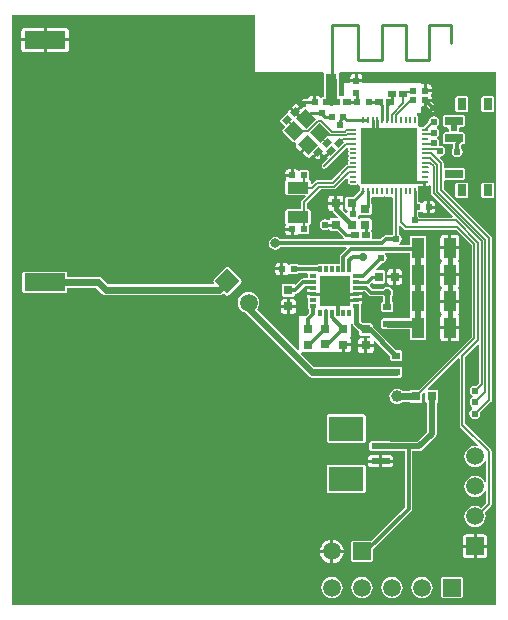
<source format=gtl>
G04*
G04 #@! TF.GenerationSoftware,Altium Limited,Altium Designer,18.0.9 (584)*
G04*
G04 Layer_Physical_Order=1*
G04 Layer_Color=255*
%FSLAX25Y25*%
%MOIN*%
G70*
G01*
G75*
%ADD10C,0.00984*%
%ADD11C,0.01000*%
%ADD12C,0.00787*%
%ADD13C,0.00600*%
%ADD17R,0.02953X0.03150*%
%ADD18R,0.03150X0.02953*%
%ADD19R,0.02362X0.01968*%
%ADD20R,0.04331X0.06693*%
%ADD21R,0.03700X0.04000*%
%ADD22R,0.01968X0.02362*%
%ADD23R,0.02559X0.01968*%
G04:AMPARAMS|DCode=24|XSize=19.68mil|YSize=23.62mil|CornerRadius=0mil|HoleSize=0mil|Usage=FLASHONLY|Rotation=315.000|XOffset=0mil|YOffset=0mil|HoleType=Round|Shape=Rectangle|*
%AMROTATEDRECTD24*
4,1,4,-0.01531,-0.00139,0.00139,0.01531,0.01531,0.00139,-0.00139,-0.01531,-0.01531,-0.00139,0.0*
%
%ADD24ROTATEDRECTD24*%

%ADD25O,0.00787X0.02559*%
%ADD26O,0.02559X0.00787*%
%ADD27R,0.18504X0.18504*%
G04:AMPARAMS|DCode=28|XSize=47.24mil|YSize=43.31mil|CornerRadius=0mil|HoleSize=0mil|Usage=FLASHONLY|Rotation=315.000|XOffset=0mil|YOffset=0mil|HoleType=Round|Shape=Rectangle|*
%AMROTATEDRECTD28*
4,1,4,-0.03202,0.00139,-0.00139,0.03202,0.03202,-0.00139,0.00139,-0.03202,-0.03202,0.00139,0.0*
%
%ADD28ROTATEDRECTD28*%

%ADD29R,0.07087X0.03937*%
%ADD30R,0.02756X0.02362*%
%ADD31R,0.01181X0.01968*%
%ADD32R,0.10236X0.10236*%
%ADD33R,0.01968X0.01181*%
%ADD34R,0.03150X0.03937*%
%ADD35R,0.05906X0.02756*%
%ADD36R,0.13780X0.06000*%
%ADD37R,0.06299X0.01968*%
%ADD38R,0.11811X0.08268*%
%ADD65C,0.01181*%
%ADD66C,0.00900*%
%ADD67C,0.02362*%
%ADD68C,0.01500*%
%ADD69C,0.01968*%
%ADD70C,0.00800*%
%ADD71C,0.03700*%
%ADD72C,0.01378*%
%ADD73C,0.01575*%
%ADD74C,0.05906*%
%ADD75R,0.05906X0.05906*%
%ADD76R,0.05906X0.05906*%
%ADD77P,0.08352X4X360.0*%
%ADD78C,0.02400*%
%ADD79C,0.02362*%
%ADD80C,0.02598*%
%ADD81C,0.02756*%
%ADD82C,0.03937*%
%ADD83C,0.03150*%
G36*
X138099Y139793D02*
X138485D01*
X139029Y139901D01*
X139096Y139946D01*
X139596Y139679D01*
Y137392D01*
X139666Y137041D01*
X139865Y136743D01*
X146980Y129628D01*
X146788Y129166D01*
X135902D01*
X135648Y129546D01*
X135422Y129697D01*
Y131042D01*
X136102D01*
X136299Y131123D01*
X136563Y131231D01*
X136955Y130972D01*
X136956Y130970D01*
X137287Y130749D01*
X137677Y130672D01*
X138358D01*
Y132676D01*
Y134679D01*
X137677D01*
X137287Y134602D01*
X136956Y134381D01*
X136955Y134379D01*
X136563Y134120D01*
X136299Y134228D01*
X136102Y134309D01*
X135422D01*
Y138065D01*
X135364Y138353D01*
Y138852D01*
X135287Y139240D01*
X135332Y139682D01*
X135663Y139903D01*
X135819Y140136D01*
X136170Y139901D01*
X136713Y139793D01*
X137099D01*
Y141214D01*
X138099D01*
Y139793D01*
D02*
G37*
G36*
X124515Y136144D02*
X124902Y136067D01*
X125290Y136144D01*
X125301Y136152D01*
X125690Y136331D01*
X126078Y136152D01*
X126090Y136144D01*
X126477Y136067D01*
X126539Y136079D01*
X127039Y135705D01*
X127038Y123437D01*
X126778Y123263D01*
X124508D01*
X124005Y123163D01*
X123579Y122878D01*
X122684Y121984D01*
X120220D01*
X119886Y122484D01*
X119889Y122491D01*
Y124460D01*
X119715Y124879D01*
X119724Y124882D01*
X119914Y125342D01*
Y128295D01*
X119724Y128754D01*
X119265Y128944D01*
X116115D01*
X115753Y128794D01*
X115666Y128841D01*
X115445Y129171D01*
X115279Y129492D01*
X115412Y129866D01*
X115932Y130083D01*
X116115Y130007D01*
X119265D01*
X119724Y130197D01*
X119914Y130657D01*
Y133609D01*
X119724Y134069D01*
X119674Y134089D01*
X119674Y135667D01*
X120174Y136068D01*
X120178Y136067D01*
X120566Y136144D01*
X120577Y136152D01*
X120965Y136331D01*
X121354Y136152D01*
X121365Y136144D01*
X121753Y136067D01*
X122141Y136144D01*
X122152Y136152D01*
X122540Y136331D01*
X122929Y136152D01*
X122940Y136144D01*
X123328Y136067D01*
X123715Y136144D01*
X124044Y136364D01*
X124186D01*
X124515Y136144D01*
D02*
G37*
G36*
X81102Y177657D02*
X103707D01*
X104023Y177157D01*
X103947Y176976D01*
Y172976D01*
X103949Y172972D01*
Y169409D01*
X103577D01*
X103381Y169328D01*
X103116Y169220D01*
X102725Y169479D01*
X102723Y169481D01*
X102392Y169702D01*
X102002Y169779D01*
X101321D01*
Y167775D01*
X100321D01*
Y169779D01*
X99640D01*
X99250Y169702D01*
X98919Y169481D01*
X98698Y169150D01*
X98638Y168846D01*
X97290D01*
X96880Y168765D01*
X96533Y168533D01*
X96301Y168185D01*
X96219Y167776D01*
X96301Y167366D01*
X96533Y167019D01*
X96880Y166787D01*
X97290Y166705D01*
X97320Y166439D01*
X97299Y166205D01*
X97012Y166013D01*
X96480Y165481D01*
X96291Y165670D01*
X94735Y164114D01*
X94382Y164468D01*
X94028Y164114D01*
X92611Y165531D01*
X92130Y165049D01*
X91909Y164718D01*
X91831Y164328D01*
X91831Y164326D01*
X91737Y163866D01*
X91474Y163755D01*
X91278Y163674D01*
X89608Y162004D01*
X89417Y161544D01*
X89608Y161085D01*
X90754Y159939D01*
X90799Y159276D01*
X90314Y158792D01*
X90124Y158332D01*
X90314Y157873D01*
X93655Y154533D01*
X94114Y154342D01*
X94230Y154390D01*
X94564Y153990D01*
X94486Y153600D01*
X94564Y153210D01*
X94785Y152879D01*
X96102Y151562D01*
X98354Y153814D01*
X99061Y153107D01*
X96809Y150855D01*
X98126Y149538D01*
X98456Y149317D01*
X98847Y149240D01*
X99237Y149317D01*
X99568Y149538D01*
X100099Y150070D01*
X100188Y149981D01*
X101744Y151537D01*
X102098Y151184D01*
X102451Y151537D01*
X103868Y150120D01*
X104159Y150411D01*
X104388Y150181D01*
X105944Y151737D01*
X106651Y151030D01*
X105095Y149474D01*
X105438Y149132D01*
X105440Y149103D01*
X103462Y147125D01*
X103263Y146827D01*
X103193Y146476D01*
X103263Y146124D01*
X103462Y145827D01*
X103759Y145628D01*
X104110Y145558D01*
X104462Y145628D01*
X104759Y145827D01*
X111422Y152489D01*
X111882Y152243D01*
X111881Y152238D01*
X111958Y151850D01*
X111966Y151839D01*
X112145Y151450D01*
X111966Y151062D01*
X111958Y151051D01*
X111881Y150663D01*
X111958Y150275D01*
X112178Y149947D01*
Y149805D01*
X111958Y149476D01*
X111881Y149088D01*
X111958Y148700D01*
X111966Y148689D01*
X112145Y148301D01*
X111966Y147912D01*
X111958Y147901D01*
X111881Y147513D01*
X111958Y147126D01*
X111707Y146786D01*
X111410Y146587D01*
X106603Y141781D01*
X102130D01*
X102047Y141764D01*
X101673D01*
X101322Y141694D01*
X101024Y141495D01*
X99967Y140438D01*
X99467Y140645D01*
Y141202D01*
X99277Y141662D01*
X99126Y141724D01*
X98883Y141869D01*
X99073Y142328D01*
Y144297D01*
X98883Y144756D01*
X98424Y144946D01*
X96061D01*
X95865Y144865D01*
X95601Y144757D01*
X95209Y145016D01*
X95208Y145018D01*
X94877Y145239D01*
X94487Y145316D01*
X93805D01*
Y143313D01*
X93305D01*
Y142813D01*
X91105D01*
Y142328D01*
X91182Y141938D01*
X91301Y141760D01*
X91272Y141662D01*
X91081Y141202D01*
Y137265D01*
X91272Y136806D01*
X91731Y136616D01*
X97626D01*
X97818Y136154D01*
X96594Y134930D01*
X96395Y134632D01*
X96325Y134281D01*
Y132009D01*
X91731D01*
X91272Y131819D01*
X91081Y131360D01*
Y127423D01*
X91272Y126964D01*
X91301Y126865D01*
X91182Y126687D01*
X91105Y126297D01*
Y125813D01*
X93305D01*
Y125313D01*
X93805D01*
Y123309D01*
X94487D01*
X94877Y123386D01*
X95208Y123607D01*
X95209Y123609D01*
X95601Y123868D01*
X95865Y123760D01*
X96061Y123679D01*
X98424D01*
X98883Y123869D01*
X99073Y124328D01*
Y126297D01*
X98883Y126756D01*
Y126801D01*
X99277Y126964D01*
X99467Y127423D01*
Y131360D01*
X99277Y131819D01*
X98817Y132009D01*
X98160D01*
Y133901D01*
X99986Y135727D01*
X99995Y135733D01*
X102911Y138649D01*
X107384D01*
X107735Y138719D01*
X108033Y138918D01*
X111336Y142221D01*
X111885Y142118D01*
X112045Y141785D01*
X111966Y141613D01*
X111958Y141602D01*
X111881Y141214D01*
X111958Y140826D01*
X112178Y140498D01*
X112507Y140278D01*
X112894Y140201D01*
X114666D01*
X115054Y140278D01*
X115496Y140233D01*
X115717Y139903D01*
X116048Y139682D01*
X116092Y139240D01*
X116015Y138852D01*
Y138467D01*
X113748Y136200D01*
X111771D01*
X111312Y136010D01*
X111121Y135550D01*
Y132401D01*
X111312Y131941D01*
X111671Y131793D01*
X111859Y131435D01*
X111910Y131251D01*
X111794Y131078D01*
X111765Y130929D01*
X111286Y130783D01*
X110234Y131836D01*
X110351Y132011D01*
X110428Y132401D01*
Y133475D01*
X107932D01*
X105436D01*
Y132401D01*
X105514Y132011D01*
X105735Y131680D01*
X106066Y131459D01*
X106456Y131381D01*
X106849D01*
X106959Y131217D01*
X108615Y129562D01*
X108423Y129100D01*
X106456D01*
X105997Y128910D01*
X105853Y128564D01*
X105474Y128369D01*
X105306Y128328D01*
X105092Y128471D01*
X104390Y128611D01*
X103687Y128471D01*
X103092Y128073D01*
X102694Y127478D01*
X102555Y126776D01*
X102694Y126073D01*
X103092Y125478D01*
X103687Y125080D01*
X104390Y124940D01*
X105092Y125080D01*
X105332Y125240D01*
X105358Y125243D01*
X105918Y125031D01*
X105997Y124841D01*
X106456Y124651D01*
X108500D01*
X110433Y122719D01*
X110433Y122719D01*
X110780Y122486D01*
X110795Y122484D01*
X110746Y121984D01*
X89434D01*
X89265Y122237D01*
X88545Y122718D01*
X87697Y122887D01*
X86848Y122718D01*
X86129Y122237D01*
X85648Y121518D01*
X85479Y120669D01*
X85648Y119821D01*
X86129Y119101D01*
X86848Y118621D01*
X87697Y118452D01*
X88545Y118621D01*
X89265Y119101D01*
X89434Y119355D01*
X111276D01*
X111468Y118893D01*
X109575Y117000D01*
X109312Y116606D01*
X109219Y116142D01*
X109219Y116142D01*
Y113850D01*
X109055Y113740D01*
X107874D01*
X107480Y113577D01*
X107087Y113740D01*
X105905D01*
X105512Y113577D01*
X105118Y113740D01*
X103937D01*
X103543Y113577D01*
X103150Y113740D01*
X101969D01*
X101509Y113550D01*
X101456Y113420D01*
X95591D01*
X95538Y113550D01*
X95079Y113740D01*
X92716D01*
X92520Y113659D01*
X92256Y113551D01*
X91864Y113810D01*
X91863Y113812D01*
X91532Y114032D01*
X91142Y114110D01*
X90461D01*
Y112106D01*
Y110102D01*
X91142D01*
X91532Y110180D01*
X91863Y110401D01*
X91864Y110403D01*
X92256Y110662D01*
X92520Y110554D01*
X92716Y110473D01*
X95079D01*
X95538Y110663D01*
X95591Y110792D01*
X98303D01*
X98580Y110376D01*
X98563Y110335D01*
Y109154D01*
X98453Y108990D01*
X97047D01*
X97047Y108990D01*
X96583Y108897D01*
X96189Y108634D01*
X94452Y106897D01*
X94160Y106955D01*
X93701Y107146D01*
X90551D01*
X90092Y106955D01*
X89902Y106496D01*
Y103543D01*
X90092Y103084D01*
X90551Y102894D01*
X93701D01*
X94160Y103084D01*
X94350Y103543D01*
Y103817D01*
X94756Y103898D01*
X95150Y104161D01*
X97550Y106562D01*
X98058D01*
X98193Y106398D01*
Y106307D01*
X100197D01*
Y105307D01*
X98193D01*
Y105217D01*
X98271Y104826D01*
X98273Y104823D01*
X98271Y104819D01*
X98193Y104429D01*
Y104339D01*
X100197D01*
Y103339D01*
X98193D01*
Y103248D01*
X98271Y102858D01*
X98492Y102527D01*
X98569Y102475D01*
X98563Y102461D01*
Y101279D01*
X98726Y100886D01*
X98563Y100492D01*
Y99311D01*
X98753Y98852D01*
X98983Y98757D01*
Y97552D01*
X97986Y96555D01*
X95669D01*
Y85210D01*
X95207Y85018D01*
X81590Y98636D01*
X81942Y99094D01*
X82300Y99958D01*
X82422Y100886D01*
X82300Y101813D01*
X81942Y102678D01*
X81372Y103420D01*
X80630Y103989D01*
X79766Y104347D01*
X78839Y104469D01*
X77911Y104347D01*
X77047Y103989D01*
X76305Y103420D01*
X75735Y102678D01*
X75377Y101813D01*
X75255Y100886D01*
X75377Y99958D01*
X75735Y99094D01*
X76305Y98352D01*
X77047Y97782D01*
X77491Y97599D01*
X98755Y76334D01*
X99344Y75940D01*
X100039Y75802D01*
X126638D01*
X126673Y75788D01*
X129429D01*
X129888Y75978D01*
X130079Y76437D01*
Y78799D01*
X129888Y79258D01*
X129429Y79449D01*
X126673D01*
X126638Y79434D01*
X100792D01*
X96337Y83889D01*
X96529Y84350D01*
X107874D01*
X107874Y84350D01*
Y84350D01*
X108374Y84456D01*
X108468Y84393D01*
X108858Y84315D01*
X109933D01*
Y86811D01*
X110433D01*
Y87311D01*
X113028D01*
Y88287D01*
X112950Y88678D01*
X112729Y89008D01*
X112641Y89067D01*
X112793Y89567D01*
X112992D01*
Y93617D01*
X113492Y93666D01*
X113791Y93220D01*
X115689Y91321D01*
Y90453D01*
X115879Y89994D01*
X116339Y89803D01*
X119159D01*
X119360Y89609D01*
X119356Y89535D01*
X119081Y89110D01*
X118413D01*
Y87114D01*
X120508D01*
Y87961D01*
X120828Y88148D01*
X120996Y88179D01*
X126024Y83152D01*
Y82028D01*
X126214Y81568D01*
X126673Y81378D01*
X129429D01*
X129888Y81568D01*
X130079Y82028D01*
Y84390D01*
X129888Y84849D01*
X129429Y85039D01*
X128029D01*
X120166Y92902D01*
X120138Y92922D01*
Y93405D01*
X119947Y93865D01*
X119488Y94055D01*
X116848D01*
X116140Y94763D01*
Y98824D01*
X116207Y98852D01*
X116398Y99311D01*
Y100492D01*
X116391Y100507D01*
X116469Y100559D01*
X116690Y100889D01*
X116768Y101279D01*
Y101370D01*
X114764D01*
Y102370D01*
X116768D01*
Y102461D01*
X116690Y102851D01*
X116688Y102854D01*
X116690Y102858D01*
X116768Y103248D01*
Y103339D01*
X114764D01*
Y104339D01*
X116768D01*
Y104429D01*
X116902Y104593D01*
X117607D01*
X118925Y103276D01*
X118925Y103276D01*
X119319Y103012D01*
X119783Y102920D01*
X123531D01*
X123672Y102708D01*
X123684Y102700D01*
Y101264D01*
X123261Y101089D01*
X123071Y100630D01*
Y98268D01*
X123261Y97808D01*
X123721Y97618D01*
X126476D01*
X126936Y97808D01*
X127126Y98268D01*
Y100630D01*
X126936Y101089D01*
X126513Y101264D01*
Y102700D01*
X126524Y102708D01*
X126962Y103362D01*
X127115Y104134D01*
X126962Y104906D01*
X126524Y105560D01*
X125870Y105997D01*
X125098Y106151D01*
X124327Y105997D01*
X123672Y105560D01*
X123531Y105348D01*
X120286D01*
X119225Y106409D01*
X119194Y106967D01*
X119262Y107057D01*
X119724Y107519D01*
X120308Y107415D01*
X120768Y107225D01*
X123721D01*
X124180Y107415D01*
X124370Y107874D01*
Y111024D01*
X124180Y111483D01*
X123721Y111673D01*
X121425D01*
X121234Y112135D01*
X122933Y113834D01*
X123031Y113814D01*
X123734Y113954D01*
X124329Y114352D01*
X124727Y114947D01*
X124867Y115650D01*
X124727Y116352D01*
X124329Y116947D01*
X124270Y116987D01*
X124422Y117487D01*
X132489D01*
Y115748D01*
X132539Y115629D01*
Y113702D01*
X132489Y113583D01*
Y106890D01*
X132539Y106770D01*
Y104844D01*
X132489Y104724D01*
Y98032D01*
X132539Y97912D01*
Y95986D01*
X132489Y95866D01*
Y95674D01*
X126512D01*
X126476Y95689D01*
X123721D01*
X123261Y95499D01*
X123071Y95039D01*
Y92677D01*
X123261Y92218D01*
X123721Y92028D01*
X126476D01*
X126512Y92042D01*
X132489D01*
Y89173D01*
X132539Y89054D01*
Y88573D01*
X133019D01*
X133139Y88524D01*
X137469D01*
X137589Y88573D01*
X138069D01*
Y89054D01*
X138119Y89173D01*
Y95866D01*
X138069Y95986D01*
Y97912D01*
X138119Y98032D01*
Y104724D01*
X138069Y104844D01*
Y106770D01*
X138119Y106890D01*
Y113583D01*
X138069Y113702D01*
Y115629D01*
X138119Y115748D01*
Y122441D01*
X138069Y122560D01*
Y123041D01*
X137589D01*
X137469Y123090D01*
X133139D01*
X133019Y123041D01*
X132539D01*
Y122560D01*
X132489Y122441D01*
Y119915D01*
X129147D01*
X128995Y120415D01*
X129349Y120651D01*
X129747Y121247D01*
X129886Y121949D01*
X129747Y122651D01*
X129349Y123247D01*
X129064Y123437D01*
X129065Y126268D01*
X129526Y126459D01*
X130552Y125434D01*
X130850Y125235D01*
X131201Y125165D01*
X148048D01*
X153197Y120016D01*
Y89534D01*
X135474Y71811D01*
X133071D01*
X132612Y71621D01*
X132521Y71403D01*
X130191D01*
X130178Y71418D01*
X129642Y71830D01*
X129017Y72089D01*
X128347Y72177D01*
X127676Y72089D01*
X127051Y71830D01*
X126515Y71418D01*
X126103Y70882D01*
X125844Y70257D01*
X125756Y69587D01*
X125844Y68916D01*
X126103Y68291D01*
X126515Y67755D01*
X127051Y67343D01*
X127676Y67084D01*
X128347Y66996D01*
X129017Y67084D01*
X129642Y67343D01*
X130178Y67755D01*
X130191Y67771D01*
X132521D01*
X132612Y67553D01*
X133071Y67362D01*
X136024D01*
X136483Y67553D01*
X136673Y68012D01*
Y70415D01*
X137236Y70978D01*
X137736Y70771D01*
Y68012D01*
X137927Y67553D01*
X138247Y67420D01*
Y57756D01*
X135059Y54568D01*
X126029D01*
X125984Y54586D01*
X119685D01*
X119226Y54396D01*
X119036Y53937D01*
Y51968D01*
X119226Y51509D01*
X119685Y51319D01*
X125984D01*
X126029Y51337D01*
X130971D01*
Y32688D01*
X119725Y21442D01*
X119547Y21516D01*
X113642D01*
X113182Y21325D01*
X112992Y20866D01*
Y14961D01*
X113182Y14501D01*
X113642Y14311D01*
X119547D01*
X120007Y14501D01*
X120197Y14961D01*
Y18480D01*
X133043Y31327D01*
X133043Y31327D01*
X133307Y31721D01*
X133399Y32185D01*
Y51337D01*
X135728D01*
X136346Y51460D01*
X136871Y51811D01*
X141004Y55944D01*
X141355Y56468D01*
X141478Y57087D01*
Y67420D01*
X141798Y67553D01*
X141988Y68012D01*
Y71161D01*
X141798Y71621D01*
X141339Y71811D01*
X138776D01*
X138569Y72311D01*
X148686Y82427D01*
X149148Y82236D01*
Y60171D01*
X149218Y59820D01*
X149416Y59522D01*
X155409Y53530D01*
X155356Y53369D01*
X155149Y53082D01*
X154331Y53190D01*
X153403Y53068D01*
X152539Y52710D01*
X151797Y52140D01*
X151227Y51398D01*
X150869Y50534D01*
X150747Y49606D01*
X150869Y48679D01*
X151227Y47815D01*
X151797Y47072D01*
X152539Y46503D01*
X153403Y46145D01*
X154331Y46023D01*
X155258Y46145D01*
X156122Y46503D01*
X156865Y47072D01*
X157434Y47815D01*
X157519Y48021D01*
X158019Y47921D01*
Y41291D01*
X157519Y41192D01*
X157434Y41398D01*
X156865Y42140D01*
X156122Y42710D01*
X155258Y43068D01*
X154331Y43190D01*
X153403Y43068D01*
X152539Y42710D01*
X151797Y42140D01*
X151227Y41398D01*
X150869Y40534D01*
X150747Y39606D01*
X150869Y38679D01*
X151227Y37815D01*
X151797Y37072D01*
X152539Y36503D01*
X153403Y36145D01*
X154331Y36023D01*
X155258Y36145D01*
X156122Y36503D01*
X156865Y37072D01*
X157434Y37815D01*
X157519Y38021D01*
X158019Y37921D01*
Y34120D01*
X156398Y32498D01*
X156122Y32710D01*
X155258Y33068D01*
X154331Y33190D01*
X153403Y33068D01*
X152539Y32710D01*
X151797Y32140D01*
X151227Y31398D01*
X150869Y30534D01*
X150747Y29606D01*
X150869Y28679D01*
X151227Y27815D01*
X151797Y27072D01*
X152539Y26503D01*
X153403Y26145D01*
X154331Y26023D01*
X155258Y26145D01*
X156122Y26503D01*
X156865Y27072D01*
X157434Y27815D01*
X157792Y28679D01*
X157914Y29606D01*
X157792Y30534D01*
X157568Y31074D01*
X159586Y33091D01*
X159785Y33389D01*
X159855Y33740D01*
Y51299D01*
X159785Y51650D01*
X159586Y51948D01*
X150983Y60551D01*
Y82855D01*
X155135Y87007D01*
X155597Y86816D01*
Y74021D01*
X154779Y73203D01*
X154331Y73292D01*
X153628Y73152D01*
X153033Y72754D01*
X152635Y72159D01*
X152495Y71457D01*
X152635Y70754D01*
X153033Y70159D01*
X153557Y69809D01*
X153596Y69537D01*
X153557Y69266D01*
X153033Y68916D01*
X152635Y68320D01*
X152495Y67618D01*
X152635Y66916D01*
X153033Y66320D01*
X153425Y66059D01*
X153454Y65922D01*
X153412Y65495D01*
X152935Y65176D01*
X152537Y64580D01*
X152397Y63878D01*
X152537Y63176D01*
X152935Y62580D01*
X153530Y62182D01*
X154232Y62043D01*
X154935Y62182D01*
X155530Y62580D01*
X155928Y63176D01*
X156068Y63878D01*
X155995Y64244D01*
X159606Y67855D01*
X159804Y68153D01*
X159874Y68504D01*
Y122343D01*
X159804Y122694D01*
X159606Y122991D01*
X143831Y138766D01*
Y141462D01*
X144331Y141796D01*
X144390Y141772D01*
X150295D01*
X150754Y141962D01*
X150945Y142421D01*
Y145177D01*
X150754Y145636D01*
X150295Y145827D01*
X144390D01*
X144331Y145802D01*
X143831Y146136D01*
Y147244D01*
X143761Y147595D01*
X143562Y147893D01*
X142473Y148983D01*
X142685Y149477D01*
X143222Y149584D01*
X143817Y149982D01*
X144215Y150577D01*
X144355Y151279D01*
X144215Y151982D01*
X143817Y152577D01*
X143222Y152975D01*
X142565Y153106D01*
X142390Y153339D01*
X142255Y153572D01*
X142386Y154232D01*
X142247Y154935D01*
X141849Y155530D01*
X141735Y155606D01*
Y156106D01*
X141849Y156183D01*
X142247Y156778D01*
X142386Y157480D01*
X142247Y158183D01*
X141849Y158778D01*
X141508Y159006D01*
Y159596D01*
X141849Y159824D01*
X142247Y160420D01*
X142386Y161122D01*
X142247Y161824D01*
X141849Y162420D01*
X141253Y162818D01*
X140551Y162957D01*
X139849Y162818D01*
X139253Y162420D01*
X138856Y161824D01*
X138716Y161122D01*
X138744Y160980D01*
X137315Y159550D01*
X136713D01*
X136326Y159473D01*
X135884Y159518D01*
X135663Y159848D01*
X135332Y160070D01*
X135287Y160512D01*
X135364Y160899D01*
Y162671D01*
X135287Y163059D01*
X135068Y163387D01*
X134935Y163476D01*
X135087Y163976D01*
X136390D01*
Y166200D01*
X136477Y166272D01*
X137158D01*
Y168275D01*
X137658D01*
Y168775D01*
X139859D01*
Y169260D01*
X139781Y169650D01*
X139597Y169926D01*
X139781Y170201D01*
X139859Y170591D01*
Y171075D01*
X137658D01*
Y171575D01*
X137158D01*
Y173579D01*
X136477D01*
X136390Y173651D01*
Y174176D01*
X116794D01*
Y174344D01*
X114790D01*
X112786D01*
Y174176D01*
X110690D01*
Y169776D01*
X108945D01*
Y172972D01*
X108946Y172976D01*
Y176976D01*
X108871Y177157D01*
X109187Y177657D01*
X161417D01*
Y0D01*
X0D01*
Y196850D01*
X81102D01*
Y177657D01*
D02*
G37*
%LPC*%
G36*
X140039Y134679D02*
X139358D01*
Y133176D01*
X141059D01*
Y133660D01*
X140981Y134050D01*
X140760Y134381D01*
X140429Y134602D01*
X140039Y134679D01*
D02*
G37*
G36*
X141059Y132176D02*
X139358D01*
Y130672D01*
X140039D01*
X140429Y130749D01*
X140760Y130970D01*
X140981Y131301D01*
X141059Y131691D01*
Y132176D01*
D02*
G37*
G36*
X17913Y192504D02*
X11524D01*
Y188984D01*
X18933D01*
Y191484D01*
X18855Y191874D01*
X18634Y192205D01*
X18304Y192426D01*
X17913Y192504D01*
D02*
G37*
G36*
X10524D02*
X4134D01*
X3744Y192426D01*
X3413Y192205D01*
X3192Y191874D01*
X3114Y191484D01*
Y188984D01*
X10524D01*
Y192504D01*
D02*
G37*
G36*
X18933Y187984D02*
X11524D01*
Y184465D01*
X17913D01*
X18304Y184542D01*
X18634Y184763D01*
X18855Y185094D01*
X18933Y185484D01*
Y187984D01*
D02*
G37*
G36*
X10524D02*
X3114D01*
Y185484D01*
X3192Y185094D01*
X3413Y184763D01*
X3744Y184542D01*
X4134Y184465D01*
X10524D01*
Y187984D01*
D02*
G37*
G36*
X115774Y177045D02*
X115290D01*
Y175344D01*
X116794D01*
Y176025D01*
X116716Y176415D01*
X116495Y176746D01*
X116164Y176967D01*
X115774Y177045D01*
D02*
G37*
G36*
X114290D02*
X113805D01*
X113415Y176967D01*
X113084Y176746D01*
X112864Y176415D01*
X112786Y176025D01*
Y175344D01*
X114290D01*
Y177045D01*
D02*
G37*
G36*
X138839Y173579D02*
X138158D01*
Y172075D01*
X139859D01*
Y172560D01*
X139781Y172950D01*
X139560Y173281D01*
X139230Y173502D01*
X138839Y173579D01*
D02*
G37*
G36*
X94521Y167018D02*
X94131Y166941D01*
X93800Y166720D01*
X93318Y166238D01*
X94382Y165175D01*
X95584Y166377D01*
X95242Y166720D01*
X94911Y166941D01*
X94521Y167018D01*
D02*
G37*
G36*
X139859Y167775D02*
X138158D01*
Y166262D01*
X139597Y164822D01*
X139945Y164590D01*
X140354Y164509D01*
X140764Y164590D01*
X141111Y164822D01*
X141343Y165170D01*
X141425Y165579D01*
X141343Y165989D01*
X141111Y166337D01*
X139859Y167589D01*
Y167775D01*
D02*
G37*
G36*
X160138Y169646D02*
X156988D01*
X156529Y169455D01*
X156339Y168996D01*
Y165059D01*
X156529Y164600D01*
X156988Y164410D01*
X160138D01*
X160597Y164600D01*
X160787Y165059D01*
Y168996D01*
X160597Y169455D01*
X160138Y169646D01*
D02*
G37*
G36*
X151476D02*
X148327D01*
X147868Y169455D01*
X147677Y168996D01*
Y165059D01*
X147868Y164600D01*
X148327Y164410D01*
X151476D01*
X151936Y164600D01*
X152126Y165059D01*
Y168996D01*
X151936Y169455D01*
X151476Y169646D01*
D02*
G37*
G36*
X150295Y163543D02*
X144390D01*
X143930Y163353D01*
X143740Y162894D01*
Y160138D01*
X143930Y159679D01*
X144390Y159488D01*
X145121D01*
X145438Y159102D01*
X145409Y158957D01*
X145548Y158254D01*
X145626Y158138D01*
X145359Y157638D01*
X144390D01*
X143930Y157447D01*
X143740Y156988D01*
Y154232D01*
X143930Y153773D01*
X144390Y153583D01*
X147113D01*
Y152436D01*
X147029Y152380D01*
X146631Y151785D01*
X146492Y151083D01*
X146631Y150380D01*
X147029Y149785D01*
X147625Y149387D01*
X148327Y149247D01*
X149029Y149387D01*
X149625Y149785D01*
X150022Y150380D01*
X150162Y151083D01*
X150022Y151785D01*
X149625Y152380D01*
X149541Y152436D01*
Y153290D01*
X149799Y153548D01*
X149822Y153583D01*
X150295D01*
X150754Y153773D01*
X150945Y154232D01*
Y156988D01*
X150754Y157447D01*
X150295Y157638D01*
X149129D01*
X148862Y158138D01*
X148940Y158254D01*
X149079Y158957D01*
X149050Y159102D01*
X149368Y159488D01*
X150295D01*
X150754Y159679D01*
X150945Y160138D01*
Y162894D01*
X150754Y163353D01*
X150295Y163543D01*
D02*
G37*
G36*
X102098Y150477D02*
X100895Y149274D01*
X101238Y148932D01*
X101568Y148711D01*
X101959Y148633D01*
X102349Y148711D01*
X102680Y148932D01*
X103161Y149413D01*
X102098Y150477D01*
D02*
G37*
G36*
X92805Y145316D02*
X92124D01*
X91734Y145239D01*
X91404Y145018D01*
X91182Y144687D01*
X91105Y144297D01*
Y143813D01*
X92805D01*
Y145316D01*
D02*
G37*
G36*
X160138Y140905D02*
X156988D01*
X156529Y140715D01*
X156339Y140256D01*
Y136319D01*
X156529Y135860D01*
X156988Y135670D01*
X160138D01*
X160597Y135860D01*
X160787Y136319D01*
Y140256D01*
X160597Y140715D01*
X160138Y140905D01*
D02*
G37*
G36*
X151476D02*
X148327D01*
X147868Y140715D01*
X147677Y140256D01*
Y136319D01*
X147868Y135860D01*
X148327Y135670D01*
X151476D01*
X151936Y135860D01*
X152126Y136319D01*
Y140256D01*
X151936Y140715D01*
X151476Y140905D01*
D02*
G37*
G36*
X109409Y136570D02*
X108432D01*
Y134476D01*
X110428D01*
Y135550D01*
X110351Y135941D01*
X110130Y136271D01*
X109799Y136492D01*
X109409Y136570D01*
D02*
G37*
G36*
X107432D02*
X106456D01*
X106066Y136492D01*
X105735Y136271D01*
X105514Y135941D01*
X105436Y135550D01*
Y134476D01*
X107432D01*
Y136570D01*
D02*
G37*
G36*
X92805Y124813D02*
X91105D01*
Y124328D01*
X91182Y123938D01*
X91404Y123607D01*
X91734Y123386D01*
X92124Y123309D01*
X92805D01*
Y124813D01*
D02*
G37*
G36*
X148099Y123460D02*
X146434D01*
Y119595D01*
X149119D01*
Y122441D01*
X149041Y122831D01*
X148820Y123162D01*
X148489Y123383D01*
X148099Y123460D01*
D02*
G37*
G36*
X145434D02*
X143769D01*
X143378Y123383D01*
X143047Y123162D01*
X142826Y122831D01*
X142749Y122441D01*
Y119595D01*
X145434D01*
Y123460D01*
D02*
G37*
G36*
X89461Y114110D02*
X88779D01*
X88389Y114032D01*
X88059Y113812D01*
X87838Y113481D01*
X87760Y113091D01*
Y112606D01*
X89461D01*
Y114110D01*
D02*
G37*
G36*
X149119Y118595D02*
X145934D01*
X142749D01*
Y115748D01*
X142826Y115358D01*
X143047Y115027D01*
X143160Y114952D01*
Y114379D01*
X143047Y114304D01*
X142826Y113973D01*
X142749Y113583D01*
Y110736D01*
X145934D01*
X149119D01*
Y113583D01*
X149041Y113973D01*
X148820Y114304D01*
X148708Y114379D01*
Y114952D01*
X148820Y115027D01*
X149041Y115358D01*
X149119Y115748D01*
Y118595D01*
D02*
G37*
G36*
X89461Y111606D02*
X87760D01*
Y111122D01*
X87838Y110732D01*
X88059Y110401D01*
X88389Y110180D01*
X88779Y110102D01*
X89461D01*
Y111606D01*
D02*
G37*
G36*
X129035Y112043D02*
X128059D01*
Y109949D01*
X130055D01*
Y111024D01*
X129977Y111414D01*
X129756Y111745D01*
X129426Y111966D01*
X129035Y112043D01*
D02*
G37*
G36*
X127059D02*
X126083D01*
X125692Y111966D01*
X125362Y111745D01*
X125141Y111414D01*
X125063Y111024D01*
Y109949D01*
X127059D01*
Y112043D01*
D02*
G37*
G36*
X71767Y112782D02*
X71308Y112592D01*
X67133Y108416D01*
X66942Y107957D01*
X67133Y107498D01*
X67234Y107396D01*
X67043Y106934D01*
X31953D01*
X29926Y108961D01*
X29337Y109355D01*
X28642Y109493D01*
X18366D01*
Y110579D01*
X18176Y111038D01*
X17717Y111228D01*
X3937D01*
X3478Y111038D01*
X3288Y110579D01*
Y104579D01*
X3478Y104120D01*
X3937Y103929D01*
X17717D01*
X18176Y104120D01*
X18366Y104579D01*
Y105861D01*
X27889D01*
X29917Y103834D01*
X30506Y103440D01*
X31201Y103302D01*
X68898D01*
X69593Y103440D01*
X70182Y103834D01*
X70489Y104141D01*
X71308Y103322D01*
X71767Y103132D01*
X72227Y103322D01*
X76402Y107498D01*
X76593Y107957D01*
X76402Y108416D01*
X72227Y112592D01*
X71767Y112782D01*
D02*
G37*
G36*
X130055Y108949D02*
X128059D01*
Y106854D01*
X129035D01*
X129426Y106932D01*
X129756Y107153D01*
X129977Y107484D01*
X130055Y107874D01*
Y108949D01*
D02*
G37*
G36*
X127059D02*
X125063D01*
Y107874D01*
X125141Y107484D01*
X125362Y107153D01*
X125692Y106932D01*
X126083Y106854D01*
X127059D01*
Y108949D01*
D02*
G37*
G36*
X149119Y109736D02*
X145934D01*
X142749D01*
Y106890D01*
X142826Y106500D01*
X143047Y106169D01*
X143160Y106094D01*
Y105520D01*
X143047Y105445D01*
X142826Y105115D01*
X142749Y104724D01*
Y101878D01*
X145934D01*
X149119D01*
Y104724D01*
X149041Y105115D01*
X148820Y105445D01*
X148708Y105520D01*
Y106094D01*
X148820Y106169D01*
X149041Y106500D01*
X149119Y106890D01*
Y109736D01*
D02*
G37*
G36*
X93701Y102201D02*
X92626D01*
Y100205D01*
X94720D01*
Y101181D01*
X94643Y101571D01*
X94422Y101902D01*
X94091Y102123D01*
X93701Y102201D01*
D02*
G37*
G36*
X91626D02*
X90551D01*
X90161Y102123D01*
X89830Y101902D01*
X89609Y101571D01*
X89532Y101181D01*
Y100205D01*
X91626D01*
Y102201D01*
D02*
G37*
G36*
X94720Y99205D02*
X92626D01*
Y97209D01*
X93701D01*
X94091Y97286D01*
X94422Y97507D01*
X94643Y97838D01*
X94720Y98228D01*
Y99205D01*
D02*
G37*
G36*
X91626D02*
X89532D01*
Y98228D01*
X89609Y97838D01*
X89830Y97507D01*
X90161Y97286D01*
X90551Y97209D01*
X91626D01*
Y99205D01*
D02*
G37*
G36*
X149119Y100878D02*
X145934D01*
X142749D01*
Y98032D01*
X142826Y97641D01*
X143047Y97311D01*
X143160Y97236D01*
Y96662D01*
X143047Y96587D01*
X142826Y96256D01*
X142749Y95866D01*
Y93020D01*
X145934D01*
X149119D01*
Y95866D01*
X149041Y96256D01*
X148820Y96587D01*
X148708Y96662D01*
Y97236D01*
X148820Y97311D01*
X149041Y97641D01*
X149119Y98032D01*
Y100878D01*
D02*
G37*
G36*
Y92020D02*
X146434D01*
Y88154D01*
X148099D01*
X148489Y88231D01*
X148820Y88452D01*
X149041Y88783D01*
X149119Y89173D01*
Y92020D01*
D02*
G37*
G36*
X145434D02*
X142749D01*
Y89173D01*
X142826Y88783D01*
X143047Y88452D01*
X143378Y88231D01*
X143769Y88154D01*
X145434D01*
Y92020D01*
D02*
G37*
G36*
X117413Y89110D02*
X116339D01*
X115948Y89033D01*
X115618Y88811D01*
X115397Y88481D01*
X115319Y88091D01*
Y87114D01*
X117413D01*
Y89110D01*
D02*
G37*
G36*
X113028Y86311D02*
X110933D01*
Y84315D01*
X112008D01*
X112398Y84393D01*
X112729Y84614D01*
X112950Y84944D01*
X113028Y85335D01*
Y86311D01*
D02*
G37*
G36*
X120508Y86114D02*
X118413D01*
Y84118D01*
X119488D01*
X119878Y84196D01*
X120209Y84417D01*
X120430Y84748D01*
X120508Y85138D01*
Y86114D01*
D02*
G37*
G36*
X117413D02*
X115319D01*
Y85138D01*
X115397Y84748D01*
X115618Y84417D01*
X115948Y84196D01*
X116339Y84118D01*
X117413D01*
Y86114D01*
D02*
G37*
G36*
X117323Y63642D02*
X105512D01*
X105053Y63451D01*
X104862Y62992D01*
Y54724D01*
X105053Y54265D01*
X105512Y54075D01*
X117323D01*
X117782Y54265D01*
X117972Y54724D01*
Y62992D01*
X117782Y63451D01*
X117323Y63642D01*
D02*
G37*
G36*
X125984Y50035D02*
X123335D01*
Y48531D01*
X127004D01*
Y49016D01*
X126926Y49406D01*
X126705Y49737D01*
X126374Y49958D01*
X125984Y50035D01*
D02*
G37*
G36*
X122335D02*
X119685D01*
X119295Y49958D01*
X118964Y49737D01*
X118743Y49406D01*
X118666Y49016D01*
Y48531D01*
X122335D01*
Y50035D01*
D02*
G37*
G36*
X127004Y47532D02*
X123335D01*
Y46028D01*
X125984D01*
X126374Y46105D01*
X126705Y46326D01*
X126926Y46657D01*
X127004Y47047D01*
Y47532D01*
D02*
G37*
G36*
X122335D02*
X118666D01*
Y47047D01*
X118743Y46657D01*
X118964Y46326D01*
X119295Y46105D01*
X119685Y46028D01*
X122335D01*
Y47532D01*
D02*
G37*
G36*
X117323Y46909D02*
X105512D01*
X105053Y46719D01*
X104862Y46260D01*
Y37992D01*
X105053Y37533D01*
X105512Y37343D01*
X117323D01*
X117782Y37533D01*
X117972Y37992D01*
Y46260D01*
X117782Y46719D01*
X117323Y46909D01*
D02*
G37*
G36*
X157283Y23579D02*
X154831D01*
Y20106D01*
X158303D01*
Y22559D01*
X158225Y22949D01*
X158004Y23280D01*
X157674Y23501D01*
X157283Y23579D01*
D02*
G37*
G36*
X153831D02*
X151378D01*
X150988Y23501D01*
X150657Y23280D01*
X150436Y22949D01*
X150358Y22559D01*
Y20106D01*
X153831D01*
Y23579D01*
D02*
G37*
G36*
X107095Y21834D02*
Y18413D01*
X110515D01*
X110445Y18945D01*
X110047Y19907D01*
X109414Y20732D01*
X108588Y21366D01*
X107626Y21764D01*
X107095Y21834D01*
D02*
G37*
G36*
X106095D02*
X105563Y21764D01*
X104601Y21366D01*
X103775Y20732D01*
X103142Y19907D01*
X102743Y18945D01*
X102673Y18413D01*
X106095D01*
Y21834D01*
D02*
G37*
G36*
X158303Y19106D02*
X154831D01*
Y15634D01*
X157283D01*
X157674Y15712D01*
X158004Y15933D01*
X158225Y16263D01*
X158303Y16654D01*
Y19106D01*
D02*
G37*
G36*
X153831D02*
X150358D01*
Y16654D01*
X150436Y16263D01*
X150657Y15933D01*
X150988Y15712D01*
X151378Y15634D01*
X153831D01*
Y19106D01*
D02*
G37*
G36*
X110515Y17413D02*
X107095D01*
Y13992D01*
X107626Y14062D01*
X108588Y14461D01*
X109414Y15094D01*
X110047Y15920D01*
X110445Y16882D01*
X110515Y17413D01*
D02*
G37*
G36*
X106095D02*
X102673D01*
X102743Y16882D01*
X103142Y15920D01*
X103775Y15094D01*
X104601Y14461D01*
X105563Y14062D01*
X106095Y13992D01*
Y17413D01*
D02*
G37*
G36*
X136594Y9489D02*
X135667Y9367D01*
X134803Y9009D01*
X134061Y8439D01*
X133491Y7697D01*
X133133Y6833D01*
X133011Y5906D01*
X133133Y4978D01*
X133491Y4114D01*
X134061Y3372D01*
X134803Y2802D01*
X135667Y2444D01*
X136594Y2322D01*
X137522Y2444D01*
X138386Y2802D01*
X139128Y3372D01*
X139698Y4114D01*
X140056Y4978D01*
X140178Y5906D01*
X140056Y6833D01*
X139698Y7697D01*
X139128Y8439D01*
X138386Y9009D01*
X137522Y9367D01*
X136594Y9489D01*
D02*
G37*
G36*
X126594D02*
X125667Y9367D01*
X124803Y9009D01*
X124061Y8439D01*
X123491Y7697D01*
X123133Y6833D01*
X123011Y5906D01*
X123133Y4978D01*
X123491Y4114D01*
X124061Y3372D01*
X124803Y2802D01*
X125667Y2444D01*
X126594Y2322D01*
X127522Y2444D01*
X128386Y2802D01*
X129128Y3372D01*
X129698Y4114D01*
X130056Y4978D01*
X130178Y5906D01*
X130056Y6833D01*
X129698Y7697D01*
X129128Y8439D01*
X128386Y9009D01*
X127522Y9367D01*
X126594Y9489D01*
D02*
G37*
G36*
X116595D02*
X115667Y9367D01*
X114803Y9009D01*
X114061Y8439D01*
X113491Y7697D01*
X113133Y6833D01*
X113011Y5906D01*
X113133Y4978D01*
X113491Y4114D01*
X114061Y3372D01*
X114803Y2802D01*
X115667Y2444D01*
X116595Y2322D01*
X117522Y2444D01*
X118386Y2802D01*
X119128Y3372D01*
X119698Y4114D01*
X120056Y4978D01*
X120178Y5906D01*
X120056Y6833D01*
X119698Y7697D01*
X119128Y8439D01*
X118386Y9009D01*
X117522Y9367D01*
X116595Y9489D01*
D02*
G37*
G36*
X106595D02*
X105667Y9367D01*
X104803Y9009D01*
X104061Y8439D01*
X103491Y7697D01*
X103133Y6833D01*
X103011Y5906D01*
X103133Y4978D01*
X103491Y4114D01*
X104061Y3372D01*
X104803Y2802D01*
X105667Y2444D01*
X106595Y2322D01*
X107522Y2444D01*
X108386Y2802D01*
X109128Y3372D01*
X109698Y4114D01*
X110056Y4978D01*
X110178Y5906D01*
X110056Y6833D01*
X109698Y7697D01*
X109128Y8439D01*
X108386Y9009D01*
X107522Y9367D01*
X106595Y9489D01*
D02*
G37*
G36*
X149547Y9508D02*
X143642D01*
X143183Y9318D01*
X142992Y8858D01*
Y2953D01*
X143183Y2493D01*
X143642Y2303D01*
X149547D01*
X150006Y2493D01*
X150197Y2953D01*
Y8858D01*
X150006Y9318D01*
X149547Y9508D01*
D02*
G37*
%LPD*%
D10*
X114764Y107776D02*
X118405D01*
X120079Y109449D01*
X122244D01*
X100197Y107776D02*
X100492D01*
X114370Y107776D02*
X114764D01*
X100197Y99541D02*
Y99902D01*
X104495Y92028D02*
Y92323D01*
X100197Y99541D02*
X100557Y99902D01*
D11*
X106595Y193405D02*
X115326D01*
X106595D02*
X106595D01*
Y175271D02*
Y193405D01*
X115326Y181816D02*
Y193405D01*
X146326Y187398D02*
Y193405D01*
X115326Y181816D02*
X123426D01*
Y193405D01*
X131226D01*
Y181717D02*
Y193405D01*
Y181717D02*
X138926D01*
Y193405D01*
X146326D01*
D12*
X128051Y121949D02*
X128052Y137966D01*
D13*
X154331Y71457D02*
X156515Y73641D01*
X154281Y63829D02*
X158957Y68504D01*
X147539Y155413D02*
X147736Y155610D01*
X155315Y27953D02*
Y30118D01*
X148428Y126083D02*
X154115Y120396D01*
X131201Y126083D02*
X148428D01*
X129627Y127657D02*
X131201Y126083D01*
X147960Y128248D02*
X155315Y120893D01*
X134351Y128248D02*
X147960D01*
X154115Y89154D02*
Y120396D01*
X134547Y69587D02*
X154115Y89154D01*
X155315Y88484D02*
Y120893D01*
X150065Y83235D02*
X155315Y88484D01*
X140513Y137392D02*
Y146250D01*
X139250Y147513D02*
X140513Y146250D01*
X137599Y147513D02*
X139250D01*
X141713Y137889D02*
Y146747D01*
X139372Y149088D02*
X141713Y146747D01*
X137599Y149088D02*
X139372D01*
X142913Y138386D02*
Y147244D01*
X139495Y150663D02*
X142913Y147244D01*
X137599Y150663D02*
X139495D01*
X156515Y73641D02*
Y121390D01*
X140513Y137392D02*
X156515Y121390D01*
X157715Y71002D02*
Y121887D01*
X141713Y137889D02*
X157715Y121887D01*
X158957Y68504D02*
Y122343D01*
X154331Y67618D02*
X157715Y71002D01*
X147244Y161417D02*
X147343Y161516D01*
X147244Y158957D02*
Y161417D01*
X137599Y158537D02*
X140256Y161194D01*
X137705Y152132D02*
X141470D01*
X137672Y152165D02*
X137705Y152132D01*
X150065Y60171D02*
Y83235D01*
X158937Y33740D02*
Y51299D01*
X155315Y30118D02*
X158937Y33740D01*
X150065Y60171D02*
X158937Y51299D01*
X140328Y161122D02*
X140551D01*
X140256Y161194D02*
X140328Y161122D01*
X141470Y152132D02*
X142323Y151279D01*
X142913Y138386D02*
X158957Y122343D01*
X140085Y153813D02*
Y153865D01*
X142323Y151279D02*
X142520D01*
X137599Y152238D02*
X137795Y152165D01*
X137672D02*
X137795D01*
X137599Y152238D02*
X137672Y152165D01*
X147736Y155610D02*
X148940Y154406D01*
X149754Y161171D02*
Y161270D01*
X137599Y153813D02*
X140085D01*
X147343Y155610D02*
X147539Y155413D01*
X10827Y107579D02*
X10925Y107677D01*
X101673Y140847D02*
X102114D01*
X100061Y139234D02*
X101673Y140847D01*
X95274Y139234D02*
X100061D01*
X102130Y140863D02*
X106983D01*
X112059Y145939D01*
X102559Y139567D02*
X107384D01*
X112181Y144364D01*
X102114Y140847D02*
X102130Y140863D01*
X104110Y146476D02*
X111447Y153813D01*
X98622Y86811D02*
X99016D01*
X104429Y86910D02*
X105217D01*
X97242Y134281D02*
X99774Y136813D01*
X99346Y136382D02*
X102545Y139581D01*
X137501Y145939D02*
X137599D01*
X137501Y149088D02*
X137599D01*
X137501Y152238D02*
X137599D01*
X137501Y153813D02*
X137599D01*
X137501Y155387D02*
X137599D01*
X137501Y156962D02*
X137599D01*
X137501Y158537D02*
X137599D01*
Y145939D02*
X138467D01*
X138508Y145980D01*
X137599Y144364D02*
X138740D01*
X137501Y142789D02*
X137599D01*
X98490Y157976D02*
X102090Y161576D01*
X95306Y157976D02*
X98490D01*
X102790Y156059D02*
X104882Y153967D01*
X102090Y161576D02*
X102890D01*
X102790Y156059D02*
Y156962D01*
X111576Y156962D02*
X113780D01*
Y156962D02*
X113879D01*
X102790D02*
X103001D01*
X102605Y157358D02*
X103001Y156962D01*
X103275Y156687D01*
X111302D02*
X111576Y156962D01*
X103275Y156687D02*
X111302D01*
X111454Y158537D02*
X113780D01*
X110804Y157887D02*
X111454Y158537D01*
X106578Y157887D02*
X110804D01*
X102890Y161576D02*
X106578Y157887D01*
X128052Y163292D02*
X133035Y168276D01*
X133721D01*
X97242Y141202D02*
Y143313D01*
X111447Y153813D02*
X113780D01*
X113879D01*
X112059Y145939D02*
X113879D01*
X97242Y125313D02*
Y134281D01*
X112181Y144364D02*
X113879D01*
X128052Y161687D02*
Y163292D01*
X128051Y121949D02*
Y126772D01*
X137599Y156962D02*
X139495D01*
X91598Y161684D02*
X95306Y157976D01*
X11024Y107382D02*
X12992Y105413D01*
X134350Y128248D02*
X134351D01*
X129627Y127657D02*
Y137966D01*
X140085Y153865D02*
X140463Y154242D01*
D17*
X139862Y69587D02*
D03*
X134547D02*
D03*
X127559Y109449D02*
D03*
X122244Y109449D02*
D03*
X113247Y133976D02*
D03*
X107932D02*
D03*
X113247Y126876D02*
D03*
X107932D02*
D03*
D18*
X110433Y86811D02*
D03*
Y92126D02*
D03*
X104429Y86910D02*
D03*
Y92224D02*
D03*
X98622Y86811D02*
D03*
Y92126D02*
D03*
X117913Y86614D02*
D03*
X117913Y91929D02*
D03*
X117690Y132133D02*
D03*
Y126818D02*
D03*
X92126Y105020D02*
D03*
Y99705D02*
D03*
D19*
X89961Y112106D02*
D03*
X93898D02*
D03*
X133721Y171576D02*
D03*
X137658D02*
D03*
X118958Y167776D02*
D03*
X115021D02*
D03*
X104758D02*
D03*
X100821D02*
D03*
X110458Y162776D02*
D03*
X106521D02*
D03*
X134921Y132676D02*
D03*
X138858D02*
D03*
X133721Y168276D02*
D03*
X137658D02*
D03*
X97242Y143313D02*
D03*
X93305D02*
D03*
X97242Y125313D02*
D03*
X93305D02*
D03*
D20*
X135304Y92520D02*
D03*
X145934D02*
D03*
X135304Y101378D02*
D03*
X145934D02*
D03*
X135304Y110236D02*
D03*
X145934D02*
D03*
X135304Y119095D02*
D03*
X145934D02*
D03*
D21*
X106447Y174976D02*
D03*
D22*
X114790Y170907D02*
D03*
Y174844D02*
D03*
D23*
X125960Y167776D02*
D03*
X122220D02*
D03*
X130460Y170576D02*
D03*
X126720D02*
D03*
X111760Y167776D02*
D03*
X108020D02*
D03*
X114220Y123476D02*
D03*
X117960D02*
D03*
D24*
X104882Y153967D02*
D03*
X102098Y151184D02*
D03*
X109082Y154167D02*
D03*
X106298Y151384D02*
D03*
X91598Y161684D02*
D03*
X94382Y164468D02*
D03*
D25*
X117028Y137966D02*
D03*
X118603D02*
D03*
X120178D02*
D03*
X121753D02*
D03*
X123328D02*
D03*
X124902D02*
D03*
X126477D02*
D03*
X128052D02*
D03*
X129627D02*
D03*
X131202D02*
D03*
X132776D02*
D03*
X134351D02*
D03*
Y161785D02*
D03*
X132776D02*
D03*
X131202D02*
D03*
X129627D02*
D03*
X128052D02*
D03*
X126477D02*
D03*
X124902D02*
D03*
X123328D02*
D03*
X121753D02*
D03*
X120178D02*
D03*
X118603D02*
D03*
X117028D02*
D03*
D26*
X137599Y141214D02*
D03*
Y142789D02*
D03*
Y144364D02*
D03*
Y145939D02*
D03*
Y147513D02*
D03*
Y149088D02*
D03*
Y150663D02*
D03*
Y152238D02*
D03*
Y153813D02*
D03*
Y155387D02*
D03*
Y156962D02*
D03*
Y158537D02*
D03*
X113780D02*
D03*
Y156962D02*
D03*
Y155387D02*
D03*
Y153813D02*
D03*
Y152238D02*
D03*
Y150663D02*
D03*
Y149088D02*
D03*
Y147513D02*
D03*
Y145939D02*
D03*
Y144364D02*
D03*
Y142789D02*
D03*
Y141214D02*
D03*
D27*
X125690Y149876D02*
D03*
D28*
X97872Y162091D02*
D03*
X93975Y158193D02*
D03*
X102605Y157358D02*
D03*
X98707Y153461D02*
D03*
D29*
X95274Y129391D02*
D03*
Y139234D02*
D03*
D30*
X128051Y77618D02*
D03*
Y83209D02*
D03*
X125098Y99449D02*
D03*
Y93858D02*
D03*
D31*
X110433Y112106D02*
D03*
X112402D02*
D03*
X108465D02*
D03*
X106496D02*
D03*
X104528D02*
D03*
X102559D02*
D03*
X102559Y97539D02*
D03*
X104528D02*
D03*
X106496D02*
D03*
X108465D02*
D03*
X110433D02*
D03*
X112402D02*
D03*
D32*
X107480Y104823D02*
D03*
D33*
X100197Y109744D02*
D03*
Y107776D02*
D03*
Y105807D02*
D03*
Y103839D02*
D03*
Y101870D02*
D03*
Y99902D02*
D03*
X114764D02*
D03*
Y101870D02*
D03*
Y103839D02*
D03*
Y105807D02*
D03*
Y107776D02*
D03*
Y109744D02*
D03*
D34*
X149902Y138287D02*
D03*
X158563D02*
D03*
X149902Y167028D02*
D03*
X158563D02*
D03*
D35*
X147343Y155610D02*
D03*
Y161516D02*
D03*
Y143799D02*
D03*
D36*
X11024Y188484D02*
D03*
X10827Y107579D02*
D03*
D37*
X122835Y52953D02*
D03*
Y48031D02*
D03*
D38*
X111417Y58858D02*
D03*
Y42126D02*
D03*
D65*
X148327Y153793D02*
X148940Y154406D01*
X148327Y151083D02*
Y153793D01*
X117126Y109744D02*
X123031Y115650D01*
X114764Y109744D02*
X117126D01*
X110433Y112106D02*
Y116142D01*
X94291Y105020D02*
X97047Y107776D01*
X92126Y105020D02*
X94291D01*
X97047Y107776D02*
X100197D01*
X134294Y92480D02*
X135265D01*
X114370Y105807D02*
X114764D01*
X100197Y97050D02*
Y99541D01*
X98589Y95442D02*
X100197Y97050D01*
X106496Y96063D02*
X110433Y92126D01*
X108465Y97933D02*
Y103839D01*
X99016Y86811D02*
X104429Y92224D01*
X105217Y86910D02*
X110433Y92126D01*
X114764Y105807D02*
X118110D01*
X106496Y96063D02*
Y97539D01*
Y97835D01*
X104528Y92323D02*
Y97539D01*
Y97933D01*
X112402Y112106D02*
Y115059D01*
X113484Y116142D02*
X117126D01*
X112402Y115059D02*
X113484Y116142D01*
X98589Y92126D02*
Y95442D01*
X118110Y105807D02*
X119783Y104134D01*
X125098D01*
X134910Y118701D02*
X135304Y119095D01*
X118190Y118710D02*
X118199Y118701D01*
X134910D01*
X113002Y118710D02*
X118190D01*
X110433Y116142D02*
X113002Y118710D01*
X110424Y111713D02*
Y112106D01*
X132185Y32185D02*
Y52953D01*
X118012Y18012D02*
X132185Y32185D01*
D66*
X113490Y130376D02*
Y134427D01*
X134351Y128248D02*
Y138065D01*
X137658Y168276D02*
X140354Y165579D01*
X111760Y167776D02*
X115021D01*
X122220D02*
X123328Y166668D01*
X126720Y168535D02*
Y170576D01*
X97290Y167776D02*
X100821D01*
X103190Y163776D02*
X104190Y162776D01*
X106521D01*
X125690Y149876D02*
X134351Y141214D01*
X137501D01*
X120178Y155387D02*
Y161687D01*
X121753Y153813D02*
Y161687D01*
X117890Y132176D02*
X118603Y132889D01*
X110458Y162776D02*
X111547Y161687D01*
X104390Y126776D02*
X107890D01*
X117858Y123577D02*
Y126744D01*
X96759Y162091D02*
X97872D01*
X94382Y164468D02*
X96759Y162091D01*
X109190Y160076D02*
Y161507D01*
X110458Y162776D01*
X113490Y134427D02*
X117028Y137966D01*
X112590Y126776D02*
X113290D01*
X99757Y163976D02*
X103190D01*
X97872Y162091D02*
X99757Y163976D01*
X103190Y163776D02*
Y163976D01*
Y164076D01*
X111190Y123476D02*
X114220D01*
X107890Y126776D02*
X111190Y123476D01*
X100197Y103839D02*
X106496D01*
X108465D02*
X114764D01*
X110433Y101870D02*
X114764D01*
X124902Y161687D02*
Y161785D01*
Y166718D01*
X118860Y167776D02*
X118958D01*
X122220D01*
X118603Y132889D02*
X118603Y137966D01*
Y138065D01*
X114990Y167807D02*
Y171207D01*
X124902Y166718D02*
X126720Y168535D01*
X123328Y161687D02*
Y166668D01*
X111547Y161687D02*
X118405D01*
D67*
X28642Y107677D02*
X31201Y105118D01*
X10925Y107677D02*
X28642D01*
X125295Y93858D02*
X135304D01*
X135335D01*
X128347Y69587D02*
X134547D01*
X31201Y105118D02*
X68898D01*
X78740Y98917D02*
X100039Y77618D01*
X128051D01*
X68898Y105118D02*
X71850Y108071D01*
X78740Y98917D02*
Y100984D01*
D68*
X117913Y91929D02*
X119193D01*
X127559Y83563D01*
X128012Y83425D02*
Y83563D01*
X107932Y132191D02*
X113247Y126876D01*
X107932Y132191D02*
Y133976D01*
X114764Y94193D02*
X116929Y92028D01*
X114764Y94193D02*
Y99606D01*
X127559Y83563D02*
X128012D01*
X116929Y92028D02*
X119095D01*
D69*
X135304Y101378D02*
Y110236D01*
Y119095D01*
Y92520D02*
Y93858D01*
Y101378D01*
X139862Y57087D02*
Y69587D01*
X135728Y52953D02*
X139862Y57087D01*
X122835Y52953D02*
X132185D01*
X135728D01*
D70*
X126477Y163556D02*
X130460Y167539D01*
Y170576D02*
X130960Y171076D01*
X130460Y167539D02*
Y170576D01*
X109082Y154167D02*
X110302Y155387D01*
X126477Y161687D02*
Y163556D01*
X130960Y171076D02*
X133721D01*
X110302Y155387D02*
X113879D01*
D71*
X106447Y168576D02*
Y174976D01*
D72*
X93898Y112106D02*
X102362D01*
X124508Y121949D02*
X128051D01*
X87697Y120669D02*
X123228D01*
X124508Y121949D01*
D73*
X145934Y92520D02*
Y101378D01*
Y110236D01*
Y119095D01*
X125098Y99646D02*
Y104134D01*
X134294Y92480D02*
X135239Y91535D01*
D74*
X106595Y5906D02*
D03*
X116595D02*
D03*
X126594D02*
D03*
X136594D02*
D03*
X106595Y17913D02*
D03*
X154331Y29606D02*
D03*
Y39606D02*
D03*
Y49606D02*
D03*
X78839Y100886D02*
D03*
D75*
X146595Y5906D02*
D03*
X116595Y17913D02*
D03*
D76*
X154331Y19606D02*
D03*
D77*
X71767Y107957D02*
D03*
D78*
X156890Y59350D02*
D03*
X115748Y32087D02*
D03*
X145177Y55118D02*
D03*
X139075Y48031D02*
D03*
Y28543D02*
D03*
X154331Y71457D02*
D03*
X143996Y130610D02*
D03*
X140748Y123819D02*
D03*
X154232Y63878D02*
D03*
X154331Y67618D02*
D03*
X148327Y151083D02*
D03*
X147244Y158957D02*
D03*
X140551Y157480D02*
D03*
Y154232D02*
D03*
Y161122D02*
D03*
X142520Y151279D02*
D03*
X140354Y165579D02*
D03*
X140650Y80216D02*
D03*
X128937Y60335D02*
D03*
X145768Y86417D02*
D03*
X150689Y92421D02*
D03*
X87992Y134449D02*
D03*
X36614Y193504D02*
D03*
X150689Y101279D02*
D03*
Y110236D02*
D03*
X3543Y143110D02*
D03*
Y128740D02*
D03*
X3543Y178347D02*
D03*
X78347Y193602D02*
D03*
X78248Y180413D02*
D03*
X130315Y15059D02*
D03*
X87894Y125197D02*
D03*
X3445Y159547D02*
D03*
X65354Y193405D02*
D03*
X123031Y115650D02*
D03*
X153347Y175492D02*
D03*
X92815Y94587D02*
D03*
X134350Y128248D02*
D03*
X105217Y143602D02*
D03*
X97047Y116831D02*
D03*
X88976Y155315D02*
D03*
X114272Y86319D02*
D03*
X82776Y175295D02*
D03*
X92815Y90354D02*
D03*
X118690Y175295D02*
D03*
X102790D02*
D03*
X110190D02*
D03*
X96890Y167176D02*
D03*
X104626Y69095D02*
D03*
X103190Y163976D02*
D03*
X109190Y160076D02*
D03*
X103790Y149176D02*
D03*
X140490Y175376D02*
D03*
X104390Y126776D02*
D03*
X95890Y150276D02*
D03*
X104390Y133976D02*
D03*
X90174Y142713D02*
D03*
X93996Y175295D02*
D03*
X91690Y170576D02*
D03*
X94774Y134313D02*
D03*
X87402Y99410D02*
D03*
X112790Y137876D02*
D03*
X23622Y193110D02*
D03*
X123031Y131496D02*
D03*
X50295Y193405D02*
D03*
X113490Y130376D02*
D03*
X128051Y121949D02*
D03*
X150689Y118701D02*
D03*
X142027Y14075D02*
D03*
X105217Y32087D02*
D03*
X146457Y77165D02*
D03*
X136516Y86122D02*
D03*
X115748Y69193D02*
D03*
X122835Y35827D02*
D03*
X155217Y152461D02*
D03*
D79*
X103937Y101279D02*
D03*
Y108366D02*
D03*
X111024D02*
D03*
X107480Y104823D02*
D03*
X111024Y101279D02*
D03*
D80*
X118603Y142789D02*
D03*
Y147513D02*
D03*
Y152238D02*
D03*
Y156962D02*
D03*
X123328Y142789D02*
D03*
Y147513D02*
D03*
Y152238D02*
D03*
Y156962D02*
D03*
X128052Y142789D02*
D03*
Y147513D02*
D03*
Y152238D02*
D03*
Y156962D02*
D03*
X132776Y142789D02*
D03*
Y147513D02*
D03*
Y152238D02*
D03*
Y156962D02*
D03*
D81*
X117126Y116142D02*
D03*
X125098Y104134D02*
D03*
D82*
X128347Y69587D02*
D03*
D83*
X87697Y120669D02*
D03*
M02*

</source>
